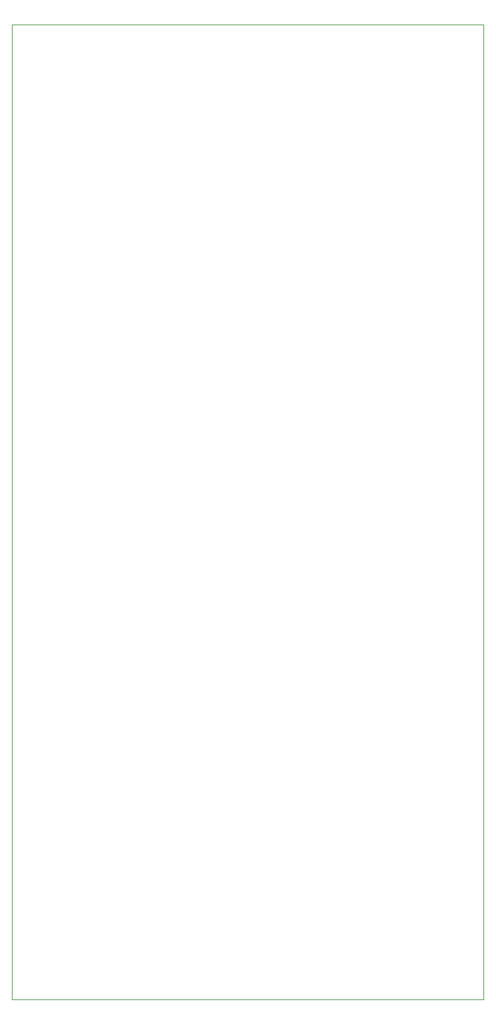
<source format=gbr>
%TF.GenerationSoftware,KiCad,Pcbnew,6.0.11-2627ca5db0~126~ubuntu22.04.1*%
%TF.CreationDate,2023-04-21T14:54:42-05:00*%
%TF.ProjectId,xc2c128_breakout,78633263-3132-4385-9f62-7265616b6f75,rev?*%
%TF.SameCoordinates,Original*%
%TF.FileFunction,Profile,NP*%
%FSLAX46Y46*%
G04 Gerber Fmt 4.6, Leading zero omitted, Abs format (unit mm)*
G04 Created by KiCad (PCBNEW 6.0.11-2627ca5db0~126~ubuntu22.04.1) date 2023-04-21 14:54:42*
%MOMM*%
%LPD*%
G01*
G04 APERTURE LIST*
%TA.AperFunction,Profile*%
%ADD10C,0.100000*%
%TD*%
G04 APERTURE END LIST*
D10*
X52832000Y-57404000D02*
X54356000Y-57404000D01*
X52832000Y-188468000D02*
X52832000Y-57404000D01*
X116332000Y-188468000D02*
X52832000Y-188468000D01*
X116332000Y-57404000D02*
X116332000Y-188468000D01*
X115316000Y-57404000D02*
X116332000Y-57404000D01*
X54356000Y-57404000D02*
X115316000Y-57404000D01*
M02*

</source>
